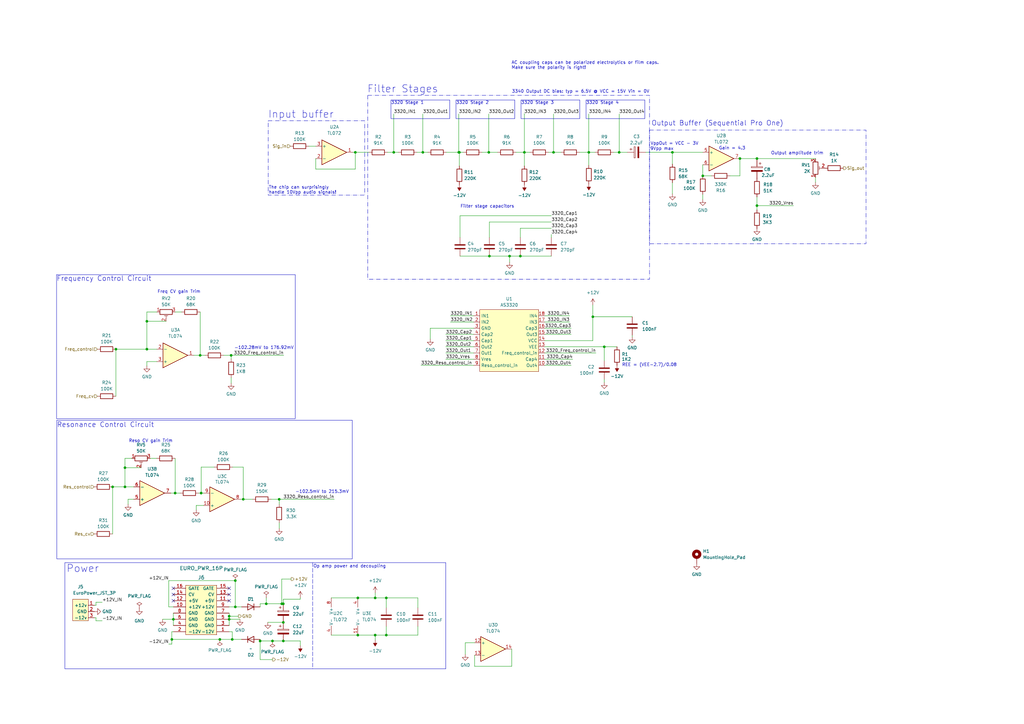
<source format=kicad_sch>
(kicad_sch (version 20230121) (generator eeschema)
  (paper "A3")
  (title_block (title "Eurorack 3320 Low Pass VCF") (date "2024-02-16") (rev "0.1.4") (company "DIYSynthMNL") (comment 1 "This version is a prototype"))
  (junction (at 310.4642 84.328))
  (junction (at 93.98 254))
  (junction (at 115.57 247.65))
  (junction (at 51.2572 191.8208))
  (junction (at 114.5032 204.7748))
  (junction (at 71.12 254))
  (junction (at 106.68 262.89))
  (junction (at 60.2488 131.7752))
  (junction (at 243.1542 129.921))
  (junction (at 146.7612 260.477))
  (junction (at 153.8732 260.477))
  (junction (at 208.9912 105.029))
  (junction (at 161.4932 62.484))
  (junction (at 116.205 247.65))
  (junction (at 94.7928 145.7452))
  (junction (at 247.8532 142.24))
  (junction (at 253.9492 62.484))
  (junction (at 146.7612 245.237))
  (junction (at 95.25 262.255))
  (junction (at 82.0928 145.7452))
  (junction (at 51.2572 199.6948))
  (junction (at 60.2488 143.2052))
  (junction (at 275.7932 62.484))
  (junction (at 116.205 262.89))
  (junction (at 70.485 262.255))
  (junction (at 96.52 238.125))
  (junction (at 310.4642 65.024))
  (junction (at 200.4822 62.484))
  (junction (at 213.4362 105.029))
  (junction (at 99.7712 204.7748))
  (junction (at 111.76 262.89))
  (junction (at 188.4172 62.484))
  (junction (at 93.98 252.73))
  (junction (at 158.4452 260.477))
  (junction (at 215.0872 62.484))
  (junction (at 71.8312 202.2348))
  (junction (at 227.0252 62.484))
  (junction (at 96.52 248.92))
  (junction (at 188.1632 62.484))
  (junction (at 158.4452 245.237))
  (junction (at 241.5032 62.484))
  (junction (at 145.7452 62.484))
  (junction (at 288.2392 72.136))
  (junction (at 90.17 262.255))
  (junction (at 153.8732 245.237))
  (junction (at 303.4792 65.024))
  (junction (at 47.5488 143.2052))
  (junction (at 116.205 255.27))
  (junction (at 46.1772 199.6948))
  (junction (at 109.22 247.65))
  (junction (at 82.4992 202.2348))
  (junction (at 200.7362 105.029))
  (junction (at 173.4312 62.484))
  (no_connect (at 93.98 246.38))
  (no_connect (at 93.98 243.84))
  (no_connect (at 71.12 246.38))
  (no_connect (at 71.12 241.3))
  (no_connect (at 71.12 243.84))
  (no_connect (at 93.98 241.3))
  (wire (pts (xy 226.1362 91.059) (xy 200.7362 91.059)))
  (wire (pts (xy 223.4692 142.24) (xy 247.8532 142.24)))
  (wire (pts (xy 194.2592 134.62) (xy 176.4792 134.62)))
  (wire (pts (xy 253.9492 46.736) (xy 253.9492 62.484)))
  (wire (pts (xy 129.4892 69.342) (xy 145.7452 69.342)))
  (wire (pts (xy 223.4692 139.7) (xy 243.1542 139.7)))
  (wire (pts (xy 208.9912 105.029) (xy 208.9912 107.569)))
  (wire (pts (xy 182.8292 137.16) (xy 194.2592 137.16)))
  (wire (pts (xy 93.98 252.73) (xy 97.79 252.73)))
  (wire (pts (xy 60.2488 143.2052) (xy 64.3128 143.2052)))
  (wire (pts (xy 153.8732 245.237) (xy 153.8732 243.205)))
  (wire (pts (xy 194.6402 273.304) (xy 209.8802 273.304)))
  (wire (pts (xy 215.0872 62.484) (xy 215.0872 68.072)))
  (wire (pts (xy 41.91 254.635) (xy 39.37 254.635)))
  (wire (pts (xy 241.5032 62.484) (xy 244.0432 62.484)))
  (wire (pts (xy 111.76 270.51) (xy 106.68 270.51)))
  (wire (pts (xy 109.855 255.27) (xy 116.205 255.27)))
  (wire (pts (xy 161.4932 62.484) (xy 163.3982 62.484)))
  (wire (pts (xy 115.57 247.65) (xy 116.205 247.65)))
  (wire (pts (xy 71.12 254) (xy 71.12 256.54)))
  (wire (pts (xy 188.4172 62.484) (xy 188.4172 68.072)))
  (wire (pts (xy 61.6712 188.0108) (xy 64.2112 188.0108)))
  (wire (pts (xy 87.8332 191.5668) (xy 82.4992 191.5668)))
  (wire (pts (xy 241.5032 62.484) (xy 241.5032 67.818)))
  (wire (pts (xy 243.1542 139.7) (xy 243.1542 129.921)))
  (wire (pts (xy 71.12 259.08) (xy 70.485 259.08)))
  (wire (pts (xy 227.0252 46.736) (xy 227.0252 62.484)))
  (wire (pts (xy 288.2392 79.756) (xy 288.2392 81.788)))
  (wire (pts (xy 71.8312 188.0108) (xy 71.8312 202.2348)))
  (wire (pts (xy 60.2488 148.2852) (xy 60.2488 150.0632)))
  (wire (pts (xy 310.4642 80.772) (xy 310.4642 84.328)))
  (wire (pts (xy 39.37 247.015) (xy 39.37 248.285)))
  (wire (pts (xy 158.4452 245.237) (xy 153.8732 245.237)))
  (wire (pts (xy 99.7712 204.7748) (xy 103.5812 204.7748)))
  (wire (pts (xy 288.2392 72.136) (xy 288.2392 67.564)))
  (wire (pts (xy 109.22 247.65) (xy 115.57 247.65)))
  (wire (pts (xy 158.4452 245.237) (xy 171.3992 245.237)))
  (wire (pts (xy 226.1362 93.599) (xy 213.4362 93.599)))
  (wire (pts (xy 310.4642 84.328) (xy 325.4502 84.328)))
  (wire (pts (xy 116.205 245.745) (xy 116.205 247.65)))
  (wire (pts (xy 60.2488 131.7752) (xy 60.2488 143.2052)))
  (wire (pts (xy 60.2488 127.9652) (xy 60.2488 131.7752)))
  (wire (pts (xy 299.4152 72.136) (xy 303.4792 72.136)))
  (wire (pts (xy 106.68 270.51) (xy 106.68 262.89)))
  (wire (pts (xy 83.5152 207.3148) (xy 80.4672 207.3148)))
  (wire (pts (xy 70.0532 202.2348) (xy 71.8312 202.2348)))
  (wire (pts (xy 82.4992 202.2348) (xy 83.5152 202.2348)))
  (wire (pts (xy 176.4792 134.62) (xy 176.4792 139.065)))
  (wire (pts (xy 259.2832 137.541) (xy 259.2832 138.176)))
  (wire (pts (xy 51.2572 199.6948) (xy 54.8132 199.6948)))
  (wire (pts (xy 223.4692 147.32) (xy 234.8992 147.32)))
  (wire (pts (xy 213.4362 93.599) (xy 213.4362 97.409)))
  (wire (pts (xy 213.4362 105.029) (xy 226.1362 105.029)))
  (wire (pts (xy 182.8292 144.78) (xy 194.2592 144.78)))
  (wire (pts (xy 303.4792 72.136) (xy 303.4792 65.024)))
  (wire (pts (xy 115.57 237.49) (xy 115.57 247.65)))
  (wire (pts (xy 247.8532 142.24) (xy 247.8532 147.955)))
  (wire (pts (xy 51.2572 191.8208) (xy 51.2572 199.6948)))
  (wire (pts (xy 182.8292 142.24) (xy 194.2592 142.24)))
  (wire (pts (xy 70.485 264.16) (xy 70.485 262.255)))
  (wire (pts (xy 39.37 248.285) (xy 38.735 248.285)))
  (wire (pts (xy 223.4692 149.86) (xy 234.2642 149.86)))
  (wire (pts (xy 96.52 238.125) (xy 96.52 248.92)))
  (wire (pts (xy 200.4822 62.484) (xy 204.0382 62.484)))
  (polyline (pts (xy 128.2192 230.759) (xy 128.2192 274.32)) (stroke (width 0) (type dash)))
  (wire (pts (xy 70.485 262.255) (xy 90.17 262.255)))
  (wire (pts (xy 158.4452 256.921) (xy 158.4452 260.477)))
  (wire (pts (xy 145.7452 69.342) (xy 145.7452 62.484)))
  (wire (pts (xy 123.19 245.11) (xy 123.19 245.745)))
  (wire (pts (xy 111.76 262.89) (xy 116.205 262.89)))
  (wire (pts (xy 114.5032 204.7748) (xy 137.1092 204.7748)))
  (wire (pts (xy 57.8612 191.8208) (xy 51.2572 191.8208)))
  (wire (pts (xy 310.4642 65.024) (xy 310.4642 65.532)))
  (wire (pts (xy 251.6632 62.484) (xy 253.9492 62.484)))
  (wire (pts (xy 182.8292 147.32) (xy 194.2592 147.32)))
  (wire (pts (xy 182.8292 139.7) (xy 194.2592 139.7)))
  (wire (pts (xy 275.7932 62.484) (xy 288.2392 62.484)))
  (wire (pts (xy 171.3992 245.237) (xy 171.3992 249.301)))
  (wire (pts (xy 64.3128 148.2852) (xy 60.2488 148.2852)))
  (wire (pts (xy 188.4172 62.484) (xy 188.1632 62.484)))
  (wire (pts (xy 93.98 254) (xy 98.425 254)))
  (wire (pts (xy 215.0872 46.736) (xy 215.0872 62.484)))
  (wire (pts (xy 194.6402 268.732) (xy 194.6402 273.304)))
  (wire (pts (xy 123.19 262.89) (xy 116.205 262.89)))
  (wire (pts (xy 194.6402 263.652) (xy 190.8302 263.652)))
  (wire (pts (xy 303.4792 65.024) (xy 310.4642 65.024)))
  (wire (pts (xy 96.52 248.92) (xy 93.98 248.92)))
  (wire (pts (xy 241.5032 46.736) (xy 241.5032 62.484)))
  (wire (pts (xy 39.37 253.365) (xy 38.735 253.365)))
  (wire (pts (xy 71.12 251.46) (xy 71.12 254)))
  (wire (pts (xy 158.4452 260.477) (xy 171.3992 260.477)))
  (wire (pts (xy 114.5032 204.7748) (xy 114.5032 206.8068)))
  (wire (pts (xy 93.98 252.73) (xy 93.98 254)))
  (wire (pts (xy 183.0832 62.484) (xy 188.1632 62.484)))
  (wire (pts (xy 46.1772 199.6948) (xy 46.1772 218.9988)))
  (wire (pts (xy 96.52 248.92) (xy 99.06 248.92)))
  (wire (pts (xy 145.7452 62.484) (xy 151.3332 62.484)))
  (wire (pts (xy 146.7612 245.237) (xy 153.8732 245.237)))
  (wire (pts (xy 243.1542 129.921) (xy 259.2832 129.921)))
  (wire (pts (xy 334.4672 65.024) (xy 334.4672 65.151)))
  (wire (pts (xy 119.38 237.49) (xy 115.57 237.49)))
  (wire (pts (xy 188.1632 46.736) (xy 188.1632 62.484)))
  (wire (pts (xy 90.17 262.255) (xy 95.25 262.255)))
  (wire (pts (xy 223.4692 129.54) (xy 233.6292 129.54)))
  (wire (pts (xy 60.2488 131.7752) (xy 68.1228 131.7752)))
  (wire (pts (xy 211.6582 62.484) (xy 215.0872 62.484)))
  (wire (pts (xy 224.9932 62.484) (xy 227.0252 62.484)))
  (wire (pts (xy 106.68 248.92) (xy 106.68 247.65)))
  (wire (pts (xy 188.6712 105.029) (xy 200.7362 105.029)))
  (wire (pts (xy 173.4312 46.736) (xy 173.4312 62.484)))
  (wire (pts (xy 161.4932 46.736) (xy 161.4932 62.484)))
  (wire (pts (xy 144.7292 62.484) (xy 145.7452 62.484)))
  (wire (pts (xy 94.7928 145.7452) (xy 94.7928 147.2692)))
  (wire (pts (xy 247.8532 155.575) (xy 247.8532 156.845)))
  (wire (pts (xy 200.7362 91.059) (xy 200.7362 97.409)))
  (wire (pts (xy 226.1362 88.519) (xy 188.6712 88.519)))
  (wire (pts (xy 82.0928 145.7452) (xy 84.1248 145.7452)))
  (wire (pts (xy 99.06 262.255) (xy 95.25 262.255)))
  (wire (pts (xy 41.91 247.015) (xy 39.37 247.015)))
  (wire (pts (xy 171.3992 260.477) (xy 171.3992 256.921)))
  (wire (pts (xy 200.7362 105.029) (xy 208.9912 105.029)))
  (wire (pts (xy 146.7612 245.237) (xy 135.8392 245.237)))
  (wire (pts (xy 334.4672 72.771) (xy 334.4672 74.803)))
  (wire (pts (xy 215.0872 62.484) (xy 217.3732 62.484)))
  (wire (pts (xy 171.0182 62.484) (xy 173.4312 62.484)))
  (wire (pts (xy 106.68 262.255) (xy 106.68 262.89)))
  (wire (pts (xy 70.485 259.08) (xy 70.485 262.255)))
  (wire (pts (xy 223.4692 132.08) (xy 233.6292 132.08)))
  (wire (pts (xy 158.4452 260.477) (xy 153.8732 260.477)))
  (wire (pts (xy 223.4692 137.16) (xy 234.2642 137.16)))
  (wire (pts (xy 158.4452 249.301) (xy 158.4452 245.237)))
  (wire (pts (xy 95.25 262.255) (xy 95.25 259.08)))
  (wire (pts (xy 82.0928 127.9652) (xy 82.0928 145.7452)))
  (wire (pts (xy 173.4312 62.484) (xy 175.4632 62.484)))
  (wire (pts (xy 291.7952 72.136) (xy 288.2392 72.136)))
  (wire (pts (xy 106.68 262.89) (xy 111.76 262.89)))
  (wire (pts (xy 223.4692 144.78) (xy 244.4242 144.78)))
  (wire (pts (xy 99.7712 191.5668) (xy 99.7712 204.7748)))
  (wire (pts (xy 47.5488 143.2052) (xy 47.5488 162.5092)))
  (wire (pts (xy 247.8532 142.24) (xy 253.0602 142.24)))
  (wire (pts (xy 82.4992 191.5668) (xy 82.4992 202.2348)))
  (wire (pts (xy 93.98 254) (xy 93.98 256.54)))
  (wire (pts (xy 275.7932 74.93) (xy 275.7932 79.502)))
  (wire (pts (xy 47.5488 143.2052) (xy 60.2488 143.2052)))
  (wire (pts (xy 54.8132 204.7748) (xy 52.5272 204.7748)))
  (wire (pts (xy 123.19 245.745) (xy 116.205 245.745)))
  (wire (pts (xy 94.7928 145.7452) (xy 116.3828 145.7452)))
  (wire (pts (xy 111.2012 204.7748) (xy 114.5032 204.7748)))
  (wire (pts (xy 158.9532 62.484) (xy 161.4932 62.484)))
  (wire (pts (xy 213.4362 105.029) (xy 208.9912 105.029)))
  (wire (pts (xy 129.4892 65.024) (xy 129.4892 69.342)))
  (wire (pts (xy 46.1772 199.6948) (xy 51.2572 199.6948)))
  (wire (pts (xy 93.98 251.46) (xy 93.98 252.73)))
  (wire (pts (xy 95.25 259.08) (xy 93.98 259.08)))
  (wire (pts (xy 200.4822 46.736) (xy 200.4822 62.484)))
  (wire (pts (xy 94.7928 154.8892) (xy 94.7928 157.1752)))
  (wire (pts (xy 81.4832 202.2348) (xy 82.4992 202.2348)))
  (wire (pts (xy 215.0872 46.736) (xy 214.9602 46.736)))
  (wire (pts (xy 153.8732 260.477) (xy 153.8732 262.509)))
  (wire (pts (xy 184.7342 129.54) (xy 194.2592 129.54)))
  (wire (pts (xy 188.4172 62.484) (xy 190.0682 62.484)))
  (wire (pts (xy 54.0512 188.0108) (xy 51.2572 188.0108)))
  (wire (pts (xy 227.0252 62.484) (xy 230.0732 62.484)))
  (wire (pts (xy 126.6952 59.944) (xy 129.4892 59.944)))
  (wire (pts (xy 66.675 254) (xy 71.12 254)))
  (wire (pts (xy 106.68 247.65) (xy 109.22 247.65)))
  (wire (pts (xy 69.215 248.92) (xy 69.215 238.125)))
  (wire (pts (xy 71.12 248.92) (xy 69.215 248.92)))
  (wire (pts (xy 52.5272 204.7748) (xy 52.5272 206.8068)))
  (wire (pts (xy 188.6712 88.519) (xy 188.6712 97.409)))
  (wire (pts (xy 190.8302 263.652) (xy 190.8302 268.351)))
  (wire (pts (xy 264.8712 62.484) (xy 275.7932 62.484)))
  (wire (pts (xy 209.8802 273.304) (xy 209.8802 266.192)))
  (wire (pts (xy 69.215 238.125) (xy 96.52 238.125)))
  (wire (pts (xy 114.5032 214.4268) (xy 114.5032 216.7128)))
  (wire (pts (xy 184.7342 132.08) (xy 194.2592 132.08)))
  (wire (pts (xy 123.19 264.795) (xy 123.19 262.89)))
  (wire (pts (xy 310.4642 86.106) (xy 310.4642 84.328)))
  (wire (pts (xy 51.2572 188.0108) (xy 51.2572 191.8208)))
  (wire (pts (xy 275.7932 62.484) (xy 275.7932 67.31)))
  (wire (pts (xy 64.3128 127.9652) (xy 60.2488 127.9652)))
  (wire (pts (xy 39.37 254.635) (xy 39.37 253.365)))
  (wire (pts (xy 226.1362 96.139) (xy 226.1362 97.409)))
  (wire (pts (xy 237.6932 62.484) (xy 241.5032 62.484)))
  (wire (pts (xy 80.4672 207.3148) (xy 80.4672 209.0928)))
  (wire (pts (xy 223.4692 134.62) (xy 234.2642 134.62)))
  (wire (pts (xy 99.7712 204.7748) (xy 98.7552 204.7748)))
  (wire (pts (xy 109.22 245.11) (xy 109.22 247.65)))
  (wire (pts (xy 146.7612 260.477) (xy 153.8732 260.477)))
  (wire (pts (xy 257.2512 62.484) (xy 253.9492 62.484)))
  (wire (pts (xy 95.4532 191.5668) (xy 99.7712 191.5668)))
  (wire (pts (xy 243.1542 129.921) (xy 243.1542 125.095)))
  (wire (pts (xy 146.7612 260.477) (xy 135.8392 260.477)))
  (wire (pts (xy 71.8312 202.2348) (xy 73.8632 202.2348)))
  (wire (pts (xy 172.6692 149.86) (xy 194.2592 149.86)))
  (wire (pts (xy 69.215 264.16) (xy 70.485 264.16)))
  (wire (pts (xy 91.7448 145.7452) (xy 94.7928 145.7452)))
  (wire (pts (xy 79.5528 145.7452) (xy 82.0928 145.7452)))
  (wire (pts (xy 310.4642 65.024) (xy 334.4672 65.024)))
  (wire (pts (xy 71.9328 127.9652) (xy 74.4728 127.9652)))
  (wire (pts (xy 197.6882 62.484) (xy 200.4822 62.484)))
  (rectangle (start 160.3502 41.021) (end 184.4802 48.641))
  (rectangle (start 109.982 49.53) (end 149.5552 80.01) (stroke (width 0) (type dash_dot)))
  (rectangle (start 213.6902 41.021) (end 237.8202 48.641))
  (rectangle (start 266.3952 53.34) (end 355.1936 99.949) (stroke (width 0) (type dash_dot)))
  (rectangle (start 23.3172 172.339) (end 144.4752 229.235))
  (rectangle (start 150.8252 39.116) (end 266.3952 114.554) (stroke (width 0) (type dash_dot)))
  (rectangle (start 187.0202 41.021) (end 211.1502 48.641))
  (rectangle (start 23.1902 112.649) (end 121.1072 171.704))
  (rectangle (start 26.6192 230.759) (end 182.8292 274.32))
  (rectangle (start 240.3602 41.021) (end 264.4902 48.641))
  (text "AC coupling caps can be polarized electrolytics or film caps.\nMake sure the polarity is right!" (at 209.7532 28.575 0) (effects (font (size 1.27 1.27)) (justify left bottom)))
  (text "3340 Output DC bias: typ = 6.5V @ VCC = 15V Vin = 0V" (at 209.8802 38.354 0) (effects (font (size 1.27 1.27)) (justify left bottom)))
  (text "Op amp power and decoupling" (at 128.4732 233.045 0) (effects (font (size 1.27 1.27)) (justify left bottom)))
  (text "REE = (VEE-2.7)/0.08" (at 255.0922 150.495 0) (effects (font (size 1.27 1.27)) (justify left bottom)))
  (text "Freq CV gain Trim" (at 64.5668 120.4722 0) (effects (font (size 1.27 1.27)) (justify left bottom)))
  (text "Filter stage capacitors" (at 188.7982 85.471 0) (effects (font (size 1.27 1.27)) (justify left bottom)))
  (text "9Vpp max" (at 266.6492 61.849 0) (effects (font (size 1.27 1.27)) (justify left bottom)))
  (text "-102.28mV to 176.92mV" (at 96.0628 143.4592 0) (effects (font (size 1.27 1.27)) (justify left bottom)))
  (text "Frequency Control Circuit" (at 23.1902 115.57 0) (effects (font (size 2 2)) (justify left bottom)))
  (text "VppOut = VCC - 3V" (at 266.7762 59.69 0) (effects (font (size 1.27 1.27)) (justify left bottom)))
  (text "3320 Stage 1" (at 160.3502 42.926 0) (effects (font (size 1.27 1.27)) (justify left bottom)))
  (text "Reso CV gain Trim" (at 52.7812 181.6608 0) (effects (font (size 1.27 1.27)) (justify left bottom)))
  (text "Power" (at 27.178 235.077 0) (effects (font (size 3 3)) (justify left bottom)))
  (text "-102.5mV to 215.3mV" (at 121.1072 202.4888 0) (effects (font (size 1.27 1.27)) (justify left bottom)))
  (text "Output Buffer (Sequential Pro One)" (at 267.1572 51.816 0) (effects (font (size 2 2)) (justify left bottom)))
  (text "Output amplitude trim" (at 337.7692 63.627 0) (effects (font (size 1.27 1.27)) (justify right bottom)))
  (text "3320 Stage 2" (at 187.0202 42.926 0) (effects (font (size 1.27 1.27)) (justify left bottom)))
  (text "Gain = 4.3" (at 294.8432 61.595 0) (effects (font (size 1.27 1.27)) (justify left bottom)))
  (text "The chip can surprisingly \nhandle 10Vpp audio signals!" (at 110.1852 79.756 0) (effects (font (size 1.27 1.27)) (justify left bottom)))
  (text "Input buffer" (at 109.9312 48.768 0) (effects (font (size 3 3)) (justify left bottom)))
  (text "3320 Stage 3" (at 213.6902 42.926 0) (effects (font (size 1.27 1.27)) (justify left bottom)))
  (text "3320 Stage 4" (at 240.3602 42.926 0) (effects (font (size 1.27 1.27)) (justify left bottom)))
  (text "Filter Stages" (at 150.5712 38.354 0) (effects (font (size 3 3)) (justify left bottom)))
  (text "Resonance Control Circuit" (at 23.3172 175.514 0) (effects (font (size 2 2)) (justify left bottom)))
  (label "3320_Reso_control_in" (at 137.1092 204.7748 180))
  (label "-12V_IN" (at 41.91 254.635 0))
  (label "3320_Cap3" (at 226.1362 93.599 0))
  (label "+12V_IN" (at 41.91 247.015 0))
  (label "3320_Cap1" (at 182.8292 139.7 0))
  (label "3320_Out1" (at 182.8292 144.78 0))
  (label "3320_IN1" (at 161.4932 46.736 0))
  (label "3320_Cap2" (at 226.1362 91.059 0))
  (label "3320_Out4" (at 253.9492 46.736 0))
  (label "3320_Freq_control_in" (at 116.3828 145.7452 180))
  (label "3320_IN3" (at 233.6292 132.08 180))
  (label "3320_IN1" (at 184.7342 129.54 0))
  (label "3320_Cap4" (at 234.8992 147.32 180))
  (label "3320_Vres" (at 325.4502 84.328 180))
  (label "3320_Vres" (at 182.8292 147.32 0))
  (label "3320_Cap4" (at 226.1362 96.139 0))
  (label "3320_Out3" (at 227.0252 46.736 0))
  (label "3320_IN4" (at 233.6292 129.54 180))
  (label "3320_Freq_control_in" (at 244.4242 144.78 180))
  (label "3320_Out2" (at 182.8292 142.24 0))
  (label "3320_IN4" (at 241.5032 46.736 0))
  (label "3320_Cap2" (at 182.8292 137.16 0))
  (label "3320_Out2" (at 200.4822 46.736 0))
  (label "3320_IN3" (at 214.9602 46.736 0))
  (label "3320_Out3" (at 234.2642 137.16 180))
  (label "3320_IN2" (at 184.7342 132.08 0))
  (label "3320_Cap3" (at 234.2642 134.62 180))
  (label "3320_Cap1" (at 226.1362 88.519 0))
  (label "3320_IN2" (at 188.1632 46.736 0))
  (label "+12V_IN" (at 69.215 238.125 180))
  (label "-12V_IN" (at 69.215 264.16 180))
  (label "3320_Reso_control_in" (at 172.6692 149.86 0))
  (label "3320_Out4" (at 234.2642 149.86 180))
  (label "3320_Out1" (at 173.4312 46.736 0))
  (hierarchical_label "Freq_control" (shape input) (at 39.9288 143.2052 180))
  (hierarchical_label "-12V" (shape output) (at 111.76 270.51 0))
  (hierarchical_label "Res_control" (shape input) (at 38.5572 199.6948 180))
  (hierarchical_label "Sig_out" (shape output) (at 345.8972 68.961 0))
  (hierarchical_label "Sig_in" (shape input) (at 119.0752 59.944 180))
  (hierarchical_label "Res_cv" (shape input) (at 38.5572 218.9988 180))
  (hierarchical_label "Freq_cv" (shape input) (at 39.9288 162.5092 180))
  (hierarchical_label "+12V" (shape output) (at 119.38 237.49 0))
  (hierarchical_label "GND" (shape output) (at 97.79 252.73 0))
  (symbol (lib_id "Device:R") (at 253.0602 146.05 0) (unit 1)
    (property "Reference" "R1" (at 254.9652 145.288 0) (effects (justify left)))
    (property "Value" "1K2" (at 254.9652 147.32 0) (effects (justify left)))
    (property "Footprint" "Resistor_THT:R_Axial_DIN0207_L6.3mm_D2.5mm_P2.54mm_Vertical" (effects hide))
    (instances (project "3320-VCF" (path "" (reference "R1") (unit 1)) (path "" (reference "R22") (unit 1))))
  )
  (symbol (lib_id "Device:D") (at 102.87 248.92 180) (unit 1)
    (property "Reference" "D1" (at 102.87 245.745 0))
    (property "Value" "~" (at 102.87 245.11 0))
    (property "Footprint" "DIYSynthMNL:D_DO-41_SOD81_P7.62mm_Horizontal_BigPads" (effects hide))
    (property "Sim.Device" "D" (effects hide))
    (property "Sim.Pins" "1=K 2=A" (effects hide))
    (instances (project "3320-VCF" (path "" (reference "D1") (unit 1)) (path "" (reference "D1") (unit 1))) (project "Electric Druid VCDO1" (path "" (reference "D?") (unit 1)) (path "" (reference "D?") (unit 1))) (project "3340-VCO" (path "" (reference "D?") (unit 1))))
  )
  (symbol (lib_id "Amplifier_Operational:TL072") (at 295.8592 65.024 0) (unit 2)
    (property "Reference" "U2" (at 295.8592 55.626 0))
    (property "Value" "TL072" (at 295.8592 58.166 0))
    (property "Footprint" "Package_DIP:DIP-8_W7.62mm_Socket_LongPads" (effects hide))
    (property "Datasheet" "http://www.ti.com/lit/ds/symlink/tl071.pdf" (effects hide))
    (instances (project "3320-VCF" (path "" (reference "U2") (unit 2)) (path "" (reference "U1") (unit 2))))
  )
  (symbol (lib_id "power:GND") (at 60.2488 150.0632 0) (unit 1)
    (property "Reference" "#PWR016" (effects hide))
    (property "Value" "GND" (at 60.2488 154.5082 0))
    (instances (project "3320-VCF" (path "" (reference "#PWR016") (unit 1)) (path "" (reference "#PWR017") (unit 1))) (project "Electric Druid VCDO1" (path "" (reference "#PWR?") (unit 1)) (path "" (reference "#PWR?") (unit 1))) (project "3340-VCO" (path "" (reference "#PWR?") (unit 1))))
  )
  (symbol (lib_id "DIYSynthMNL:EURO_PWR_16_PIN") (at 82.55 254 0) (unit 1)
    (property "Reference" "J6" (at 82.55 236.855 0) (effects (font (size 1.524 1.524))))
    (property "Value" "EURO_PWR_16P" (at 82.55 233.045 0) (effects (font (size 1.524 1.524))))
    (property "Footprint" "DIYSynthMNL:IDC-Header_2x08_P2.54mm_Vertical" (effects hide))
    (instances (project "3320-VCF" (path "" (reference "J6") (unit 1)) (path "" (reference "J6") (unit 1))) (project "Electric Druid VCDO1" (path "" (reference "J?") (unit 1)) (path "" (reference "J?") (unit 1))) (project "3340-VCO" (path "" (reference "J?") (unit 1))))
  )
  (symbol (lib_id "power:-12V") (at 241.5032 75.438 180) (unit 1)
    (property "Reference" "#PWR03" (effects hide))
    (property "Value" "-12V" (at 241.5032 79.883 0))
    (instances (project "3320-VCF" (path "" (reference "#PWR03") (unit 1)) (path "" (reference "#PWR03") (unit 1))) (project "Electric Druid VCDO1" (path "" (reference "#PWR?") (unit 1)) (path "" (reference "#PWR?") (unit 1))) (project "3340-VCO" (path "" (reference "#PWR?") (unit 1))))
  )
  (symbol (lib_id "Device:R") (at 107.3912 204.7748 90) (unit 1)
    (property "Reference" "R29" (at 107.3912 198.9328 90))
    (property "Value" "150K" (at 107.3912 201.4728 90))
    (property "Footprint" "Resistor_THT:R_Axial_DIN0207_L6.3mm_D2.5mm_P2.54mm_Vertical" (effects hide))
  )
  (symbol (lib_id "power:GND") (at 66.675 254 0) (unit 1)
    (property "Reference" "#PWR033" (effects hide))
    (property "Value" "GND" (at 66.675 258.445 0))
    (instances (project "3320-VCF" (path "" (reference "#PWR033") (unit 1)) (path "" (reference "#PWR033") (unit 1))) (project "Electric Druid VCDO1" (path "" (reference "#PWR?") (unit 1)) (path "" (reference "#PWR?") (unit 1))) (project "3340-VCO" (path "" (reference "#PWR?") (unit 1))))
  )
  (symbol (lib_id "Device:C") (at 158.4452 253.111 0) (unit 1)
    (property "Reference" "C10" (at 162.5092 251.841 0) (effects (justify left)))
    (property "Value" "100nF" (at 162.5092 254.381 0) (effects (justify left)))
    (property "Footprint" "DIYSynthMNL:C_Rect_L7.0mm_W2.0mm_P5.00mm_BigPads" (effects hide))
  )
  (symbol (lib_id "Device:R") (at 167.2082 62.484 90) (unit 1)
    (property "Reference" "R3" (at 167.2082 56.134 90))
    (property "Value" "100K" (at 167.2082 58.674 90))
    (property "Footprint" "Resistor_THT:R_Axial_DIN0207_L6.3mm_D2.5mm_P2.54mm_Vertical" (effects hide))
  )
  (symbol (lib_id "Device:R") (at 87.9348 145.7452 90) (unit 1)
    (property "Reference" "R22" (at 87.9348 140.1572 90))
    (property "Value" "100K" (at 87.9348 142.6972 90))
    (property "Footprint" "Resistor_THT:R_Axial_DIN0207_L6.3mm_D2.5mm_P2.54mm_Vertical" (effects hide))
    (instances (project "3320-VCF" (path "" (reference "R22") (unit 1)) (path "" (reference "R21") (unit 1))))
  )
  (symbol (lib_id "Device:R") (at 179.2732 62.484 90) (unit 1)
    (property "Reference" "R4" (at 179.2732 56.134 90))
    (property "Value" "91K" (at 179.2732 58.674 90))
    (property "Footprint" "Resistor_THT:R_Axial_DIN0207_L6.3mm_D2.5mm_P2.54mm_Vertical" (effects hide))
  )
  (symbol (lib_id "power:-12V") (at 153.8732 262.509 180) (unit 1)
    (property "Reference" "#PWR036" (effects hide))
    (property "Value" "-12V" (at 153.8732 266.954 0))
    (instances (project "3320-VCF" (path "" (reference "#PWR036") (unit 1)) (path "" (reference "#PWR036") (unit 1))) (project "Electric Druid VCDO1" (path "" (reference "#PWR?") (unit 1)) (path "" (reference "#PWR?") (unit 1))) (project "3340-VCO" (path "" (reference "#PWR?") (unit 1))))
  )
  (symbol (lib_id "Amplifier_Operational:TL074") (at 91.1352 204.7748 0) (mirror x) (unit 3)
    (property "Reference" "U3" (at 91.1352 195.3768 0))
    (property "Value" "TL074" (at 91.1352 197.6628 0))
    (property "Footprint" "Package_DIP:DIP-14_W7.62mm_Socket_LongPads" (effects hide))
    (property "Datasheet" "http://www.ti.com/lit/ds/symlink/tl071.pdf" (effects hide))
  )
  (symbol (lib_id "Amplifier_Operational:TL074") (at 202.2602 266.192 0) (unit 4)
    (property "Reference" "U3" (at 202.2602 256.286 0))
    (property "Value" "TL074" (at 202.2602 258.826 0))
    (property "Footprint" "Package_DIP:DIP-14_W7.62mm_Socket_LongPads" (effects hide))
    (property "Datasheet" "http://www.ti.com/lit/ds/symlink/tl071.pdf" (effects hide))
  )
  (symbol (lib_id "Device:R") (at 310.4642 89.916 0) (unit 1)
    (property "Reference" "R19" (at 312.7502 88.646 0) (effects (justify left)))
    (property "Value" "3K3" (at 312.7502 91.186 0) (effects (justify left)))
    (property "Footprint" "Resistor_THT:R_Axial_DIN0207_L6.3mm_D2.5mm_P2.54mm_Vertical" (effects hide))
    (instances (project "3320-VCF" (path "" (reference "R19") (unit 1)) (path "" (reference "R18") (unit 1))))
  )
  (symbol (lib_id "Device:R") (at 241.5032 71.628 180) (unit 1)
    (property "Reference" "R10" (at 243.4082 70.358 0) (effects (justify right)))
    (property "Value" "220K" (at 243.4082 72.898 0) (effects (justify right)))
    (property "Footprint" "Resistor_THT:R_Axial_DIN0207_L6.3mm_D2.5mm_P2.54mm_Vertical" (effects hide))
    (instances (project "3320-VCF" (path "" (reference "R10") (unit 1)) (path "" (reference "R12") (unit 1))))
  )
  (symbol (lib_id "Device:C_Polarized") (at 261.0612 62.484 90) (mirror x) (unit 1)
    (property "Reference" "C3" (at 261.0612 56.007 90))
    (property "Value" "2.2uF" (at 261.0612 58.547 90))
    (property "Footprint" "DIYSynthMNL:CP_Radial_D5.0mm_P2.50mm" (effects hide))
    (instances (project "3320-VCF" (path "" (reference "C3") (unit 1)) (path "" (reference "C1") (unit 1))))
  )
  (symbol (lib_id "Device:R") (at 275.7932 71.12 0) (unit 1)
    (property "Reference" "R15" (at 278.2062 69.85 0) (effects (justify left)))
    (property "Value" "68K" (at 278.2062 72.39 0) (effects (justify left)))
    (property "Footprint" "Resistor_THT:R_Axial_DIN0207_L6.3mm_D2.5mm_P2.54mm_Vertical" (effects hide))
    (instances (project "3320-VCF" (path "" (reference "R15") (unit 1)) (path "" (reference "R11") (unit 1))))
  )
  (symbol (lib_id "Device:R") (at 247.8532 62.484 90) (unit 1)
    (property "Reference" "R9" (at 247.8532 56.134 90))
    (property "Value" "100K" (at 247.8532 58.674 90))
    (property "Footprint" "Resistor_THT:R_Axial_DIN0207_L6.3mm_D2.5mm_P2.54mm_Vertical" (effects hide))
  )
  (symbol (lib_id "power:GND") (at 310.4642 93.726 0) (unit 1)
    (property "Reference" "#PWR09" (effects hide))
    (property "Value" "GND" (at 310.4642 98.171 0))
    (instances (project "3320-VCF" (path "" (reference "#PWR09") (unit 1)) (path "" (reference "#PWR09") (unit 1))) (project "Electric Druid VCDO1" (path "" (reference "#PWR?") (unit 1)) (path "" (reference "#PWR?") (unit 1))) (project "3340-VCO" (path "" (reference "#PWR?") (unit 1))))
  )
  (symbol (lib_id "Device:C") (at 213.4362 101.219 0) (unit 1)
    (property "Reference" "C6" (at 217.1192 99.949 0) (effects (justify left)))
    (property "Value" "270pF" (at 217.1192 102.489 0) (effects (justify left)))
    (property "Footprint" "DIYSynthMNL:C_Rect_L7.0mm_W2.0mm_P5.00mm_BigPads" (effects hide))
    (instances (project "3320-VCF" (path "" (reference "C6") (unit 1)) (path "" (reference "C5") (unit 1))))
  )
  (symbol (lib_id "power:GND") (at 109.855 255.27 0) (unit 1)
    (property "Reference" "#PWR035" (effects hide))
    (property "Value" "GND" (at 109.855 259.715 0))
    (instances (project "3320-VCF" (path "" (reference "#PWR035") (unit 1)) (path "" (reference "#PWR035") (unit 1))) (project "Electric Druid VCDO1" (path "" (reference "#PWR?") (unit 1)) (path "" (reference "#PWR?") (unit 1))) (project "3340-VCO" (path "" (reference "#PWR?") (unit 1))))
  )
  (symbol (lib_id "power:PWR_FLAG") (at 109.22 245.11 0) (unit 1)
    (property "Reference" "#FLG02" (effects hide))
    (property "Value" "PWR_FLAG" (at 109.22 240.665 0))
    (instances (project "3320-VCF" (path "" (reference "#FLG02") (unit 1)) (path "" (reference "#FLG02") (unit 1))) (project "Electric Druid VCDO1" (path "" (reference "#FLG?") (unit 1)) (path "" (reference "#FLG?") (unit 1))) (project "3340-VCO" (path "" (reference "#FLG?") (unit 1))))
  )
  (symbol (lib_id "Device:R") (at 295.6052 72.136 90) (mirror x) (unit 1)
    (property "Reference" "R16" (at 295.6052 78.105 90))
    (property "Value" "330K" (at 295.6052 75.565 90))
    (property "Footprint" "Resistor_THT:R_Axial_DIN0207_L6.3mm_D2.5mm_P2.54mm_Vertical" (effects hide))
    (instances (project "3320-VCF" (path "" (reference "R16") (unit 1)) (path "" (reference "R15") (unit 1))))
  )
  (symbol (lib_id "Device:C") (at 259.2832 133.731 0) (unit 1)
    (property "Reference" "C1" (at 263.3472 132.461 0) (effects (justify left)))
    (property "Value" "100nF" (at 263.3472 135.001 0) (effects (justify left)))
    (property "Footprint" "DIYSynthMNL:C_Rect_L7.0mm_W2.0mm_P5.00mm_BigPads" (effects hide))
    (instances (project "3320-VCF" (path "" (reference "C1") (unit 1)) (path "" (reference "C7") (unit 1))))
  )
  (symbol (lib_id "Device:C_Polarized") (at 116.205 259.08 0) (unit 1)
    (property "Reference" "C12" (at 120.015 256.921 0) (effects (justify left)))
    (property "Value" "22uF" (at 120.015 259.461 0) (effects (justify left)))
    (property "Footprint" "DIYSynthMNL:CP_Radial_D5.0mm_P2.50mm" (effects hide))
    (instances (project "3320-VCF" (path "" (reference "C12") (unit 1)) (path "" (reference "C12") (unit 1))) (project "Electric Druid VCDO1" (path "" (reference "C?") (unit 1)) (path "" (reference "C?") (unit 1))) (project "3340-VCO" (path "" (reference "C?") (unit 1))))
  )
  (symbol (lib_id "power:+12V") (at 153.8732 243.205 0) (unit 1)
    (property "Reference" "#PWR029" (effects hide))
    (property "Value" "+12V" (at 153.8732 238.125 0))
    (instances (project "3320-VCF" (path "" (reference "#PWR029") (unit 1)) (path "" (reference "#PWR029") (unit 1))) (project "Electric Druid VCDO1" (path "" (reference "#PWR?") (unit 1)) (path "" (reference "#PWR?") (unit 1))) (project "3340-VCO" (path "" (reference "#PWR?") (unit 1))))
  )
  (symbol (lib_id "power:PWR_FLAG") (at 90.17 262.255 180) (unit 1)
    (property "Reference" "#FLG04" (effects hide))
    (property "Value" "PWR_FLAG" (at 90.17 266.7 0))
    (instances (project "3320-VCF" (path "" (reference "#FLG04") (unit 1)) (path "" (reference "#FLG04") (unit 1))) (project "Electric Druid VCDO1" (path "" (reference "#FLG?") (unit 1)) (path "" (reference "#FLG?") (unit 1))) (project "3340-VCO" (path "" (reference "#FLG?") (unit 1))))
  )
  (symbol (lib_id "power:-12V") (at 188.4172 75.692 180) (unit 1)
    (property "Reference" "#PWR04" (effects hide))
    (property "Value" "-12V" (at 188.4172 80.137 0))
    (instances (project "3320-VCF" (path "" (reference "#PWR04") (unit 1)) (path "" (reference "#PWR04") (unit 1))) (project "Electric Druid VCDO1" (path "" (reference "#PWR?") (unit 1)) (path "" (reference "#PWR?") (unit 1))) (project "3340-VCO" (path "" (reference "#PWR?") (unit 1))))
  )
  (symbol (lib_id "Device:C") (at 226.1362 101.219 0) (unit 1)
    (property "Reference" "C7" (at 229.8192 99.949 0) (effects (justify left)))
    (property "Value" "270pF" (at 229.8192 102.489 0) (effects (justify left)))
    (property "Footprint" "DIYSynthMNL:C_Rect_L7.0mm_W2.0mm_P5.00mm_BigPads" (effects hide))
    (instances (project "3320-VCF" (path "" (reference "C7") (unit 1)) (path "" (reference "C6") (unit 1))))
  )
  (symbol (lib_id "Device:R") (at 68.0212 188.0108 90) (unit 1)
    (property "Reference" "R25" (at 68.0212 182.4228 90))
    (property "Value" "68K" (at 68.0212 184.9628 90))
    (property "Footprint" "Resistor_THT:R_Axial_DIN0207_L6.3mm_D2.5mm_P2.54mm_Vertical" (effects hide))
  )
  (symbol (lib_id "Mechanical:MountingHole_Pad") (at 285.75 228.6 0) (unit 1)
    (property "Reference" "H1" (at 288.29 226.06 0) (effects (justify left)))
    (property "Value" "MountingHole_Pad" (at 288.29 228.6 0) (effects (justify left)))
    (property "Footprint" "DIYSynthMNL:MountingHole_M3_Standoff_Pad" (effects hide))
  )
  (symbol (lib_id "Device:C") (at 188.6712 101.219 0) (unit 1)
    (property "Reference" "C4" (at 191.7192 99.949 0) (effects (justify left)))
    (property "Value" "270pF" (at 191.7192 102.489 0) (effects (justify left)))
    (property "Footprint" "DIYSynthMNL:C_Rect_L7.0mm_W2.0mm_P5.00mm_BigPads" (effects hide))
    (instances (project "3320-VCF" (path "" (reference "C4") (unit 1)) (path "" (reference "C3") (unit 1))))
  )
  (symbol (lib_id "power:PWR_FLAG") (at 111.76 262.89 180) (unit 1)
    (property "Reference" "#FLG05" (effects hide))
    (property "Value" "PWR_FLAG" (at 111.76 267.335 0))
    (instances (project "3320-VCF" (path "" (reference "#FLG05") (unit 1)) (path "" (reference "#FLG05") (unit 1))) (project "Electric Druid VCDO1" (path "" (reference "#FLG?") (unit 1)) (path "" (reference "#FLG?") (unit 1))) (project "3340-VCO" (path "" (reference "#FLG?") (unit 1))))
  )
  (symbol (lib_id "Device:R_Potentiometer_Trim") (at 68.1228 127.9652 90) (mirror x) (unit 1)
    (property "Reference" "RV2" (at 68.1228 122.3772 90))
    (property "Value" "50K" (at 68.1228 124.9172 90))
    (property "Footprint" "DIYSynthMNL:Potentiometer_Bourns_3296W_Vertical_BigPads" (effects hide))
  )
  (symbol (lib_id "Device:R") (at 122.8852 59.944 90) (unit 1)
    (property "Reference" "R13" (at 122.8852 54.61 90))
    (property "Value" "100K" (at 122.8852 57.15 90))
    (property "Footprint" "Resistor_THT:R_Axial_DIN0207_L6.3mm_D2.5mm_P2.54mm_Vertical" (effects hide))
    (instances (project "3320-VCF" (path "" (reference "R13") (unit 1)) (path "" (reference "R1") (unit 1))))
  )
  (symbol (lib_id "Device:R") (at 221.1832 62.484 90) (unit 1)
    (property "Reference" "R7" (at 221.1832 56.134 90))
    (property "Value" "100K" (at 221.1832 58.674 90))
    (property "Footprint" "Resistor_THT:R_Axial_DIN0207_L6.3mm_D2.5mm_P2.54mm_Vertical" (effects hide))
  )
  (symbol (lib_id "Device:R") (at 207.8482 62.484 90) (unit 1)
    (property "Reference" "R6" (at 207.8482 56.134 90))
    (property "Value" "91K" (at 207.8482 58.674 90))
    (property "Footprint" "Resistor_THT:R_Axial_DIN0207_L6.3mm_D2.5mm_P2.54mm_Vertical" (effects hide))
  )
  (symbol (lib_id "Amplifier_Operational:TL072") (at 137.1092 62.484 0) (unit 1)
    (property "Reference" "U2" (at 137.1092 52.07 0))
    (property "Value" "TL072" (at 137.1092 54.61 0))
    (property "Footprint" "Package_DIP:DIP-8_W7.62mm_Socket_LongPads" (effects hide))
    (property "Datasheet" "http://www.ti.com/lit/ds/symlink/tl071.pdf" (effects hide))
    (instances (project "3320-VCF" (path "" (reference "U2") (unit 1)) (path "" (reference "U1") (unit 1))))
  )
  (symbol (lib_id "power:GND") (at 94.7928 157.1752 0) (unit 1)
    (property "Reference" "#PWR019" (effects hide))
    (property "Value" "GND" (at 94.7928 161.6202 0))
    (instances (project "3320-VCF" (path "" (reference "#PWR019") (unit 1)) (path "" (reference "#PWR021") (unit 1))) (project "Electric Druid VCDO1" (path "" (reference "#PWR?") (unit 1)) (path "" (reference "#PWR?") (unit 1))) (project "3340-VCO" (path "" (reference "#PWR?") (unit 1))))
  )
  (symbol (lib_id "power:GND") (at 208.9912 107.569 0) (unit 1)
    (property "Reference" "#PWR010" (effects hide))
    (property "Value" "GND" (at 208.9912 112.014 0))
    (instances (project "3320-VCF" (path "" (reference "#PWR010") (unit 1)) (path "" (reference "#PWR010") (unit 1))) (project "Electric Druid VCDO1" (path "" (reference "#PWR?") (unit 1)) (path "" (reference "#PWR?") (unit 1))) (project "3340-VCO" (path "" (reference "#PWR?") (unit 1))))
  )
  (symbol (lib_id "Device:R") (at 43.7388 162.5092 90) (unit 1)
    (property "Reference" "R24" (at 43.7388 156.9212 90))
    (property "Value" "100K" (at 43.7388 159.4612 90))
    (property "Footprint" "Resistor_THT:R_Axial_DIN0207_L6.3mm_D2.5mm_P2.54mm_Vertical" (effects hide))
  )
  (symbol (lib_id "Device:R") (at 43.7388 143.2052 90) (unit 1)
    (property "Reference" "R21" (at 43.7388 137.6172 90))
    (property "Value" "100K" (at 43.7388 140.1572 90))
    (property "Footprint" "Resistor_THT:R_Axial_DIN0207_L6.3mm_D2.5mm_P2.54mm_Vertical" (effects hide))
    (instances (project "3320-VCF" (path "" (reference "R21") (unit 1)) (path "" (reference "R20") (unit 1))))
  )
  (symbol (lib_id "power:GND") (at 190.8302 268.351 0) (unit 1)
    (property "Reference" "#PWR038" (effects hide))
    (property "Value" "GND" (at 190.8302 272.796 0))
    (instances (project "3320-VCF" (path "" (reference "#PWR038") (unit 1)) (path "" (reference "#PWR038") (unit 1))) (project "Electric Druid VCDO1" (path "" (reference "#PWR?") (unit 1)) (path "" (reference "#PWR?") (unit 1))) (project "3340-VCO" (path "" (reference "#PWR?") (unit 1))))
  )
  (symbol (lib_id "power:GND") (at 334.4672 74.803 0) (unit 1)
    (property "Reference" "#PWR02" (effects hide))
    (property "Value" "GND" (at 334.4672 79.248 0))
    (instances (project "3320-VCF" (path "" (reference "#PWR02") (unit 1)) (path "" (reference "#PWR02") (unit 1))) (project "Electric Druid VCDO1" (path "" (reference "#PWR?") (unit 1)) (path "" (reference "#PWR?") (unit 1))) (project "3340-VCO" (path "" (reference "#PWR?") (unit 1))))
  )
  (symbol (lib_id "Device:C_Polarized") (at 116.205 251.46 0) (unit 1)
    (property "Reference" "C9" (at 120.015 249.301 0) (effects (justify left)))
    (property "Value" "22uF" (at 120.015 251.841 0) (effects (justify left)))
    (property "Footprint" "DIYSynthMNL:CP_Radial_D5.0mm_P2.50mm" (effects hide))
    (instances (project "3320-VCF" (path "" (reference "C9") (unit 1)) (path "" (reference "C9") (unit 1))) (project "Electric Druid VCDO1" (path "" (reference "C?") (unit 1)) (path "" (reference "C?") (unit 1))) (project "3340-VCO" (path "" (reference "C?") (unit 1))))
  )
  (symbol (lib_id "DIYSynthMNL:AS3320") (at 194.2592 129.54 0) (unit 1)
    (property "Reference" "U1" (at 208.8642 122.555 0))
    (property "Value" "AS3320" (at 208.8642 125.095 0))
    (property "Footprint" "Package_DIP:DIP-18_W7.62mm_Socket_LongPads" (effects hide))
    (instances (project "3320-VCF" (path "" (reference "U1") (unit 1)) (path "" (reference "U2") (unit 1))))
  )
  (symbol (lib_id "Device:C") (at 247.8532 151.765 0) (mirror y) (unit 1)
    (property "Reference" "C2" (at 243.7892 150.495 0) (effects (justify left)))
    (property "Value" "100nF" (at 243.7892 153.035 0) (effects (justify left)))
    (property "Footprint" "DIYSynthMNL:C_Rect_L7.0mm_W2.0mm_P5.00mm_BigPads" (effects hide))
    (instances (project "3320-VCF" (path "" (reference "C2") (unit 1)) (path "" (reference "C8") (unit 1))))
  )
  (symbol (lib_id "power:GND") (at 80.4672 209.0928 0) (unit 1)
    (property "Reference" "#PWR025" (effects hide))
    (property "Value" "GND" (at 80.4672 213.5378 0))
    (instances (project "3320-VCF" (path "" (reference "#PWR025") (unit 1)) (path "" (reference "#PWR025") (unit 1))) (project "Electric Druid VCDO1" (path "" (reference "#PWR?") (unit 1)) (path "" (reference "#PWR?") (unit 1))) (project "3340-VCO" (path "" (reference "#PWR?") (unit 1))))
  )
  (symbol (lib_id "power:GND") (at 259.2832 138.176 0) (unit 1)
    (property "Reference" "#PWR014" (effects hide))
    (property "Value" "GND" (at 259.2832 142.621 0))
    (instances (project "3320-VCF" (path "" (reference "#PWR014") (unit 1)) (path "" (reference "#PWR014") (unit 1))) (project "Electric Druid VCDO1" (path "" (reference "#PWR?") (unit 1)) (path "" (reference "#PWR?") (unit 1))) (project "3340-VCO" (path "" (reference "#PWR?") (unit 1))))
  )
  (symbol (lib_id "power:GND") (at 288.2392 81.788 0) (unit 1)
    (property "Reference" "#PWR07" (effects hide))
    (property "Value" "GND" (at 288.2392 86.233 0))
    (instances (project "3320-VCF" (path "" (reference "#PWR07") (unit 1)) (path "" (reference "#PWR07") (unit 1))) (project "Electric Druid VCDO1" (path "" (reference "#PWR?") (unit 1)) (path "" (reference "#PWR?") (unit 1))) (project "3340-VCO" (path "" (reference "#PWR?") (unit 1))))
  )
  (symbol (lib_id "power:GND") (at 275.7932 79.502 0) (unit 1)
    (property "Reference" "#PWR06" (effects hide))
    (property "Value" "GND" (at 275.7932 83.947 0))
    (instances (project "3320-VCF" (path "" (reference "#PWR06") (unit 1)) (path "" (reference "#PWR06") (unit 1))) (project "Electric Druid VCDO1" (path "" (reference "#PWR?") (unit 1)) (path "" (reference "#PWR?") (unit 1))) (project "3340-VCO" (path "" (reference "#PWR?") (unit 1))))
  )
  (symbol (lib_id "power:GND") (at 285.75 231.14 0) (unit 1)
    (property "Reference" "#PWR034" (effects hide))
    (property "Value" "GND" (at 285.75 235.585 0))
    (instances (project "3320-VCF" (path "" (reference "#PWR034") (unit 1)) (path "" (reference "#PWR01") (unit 1))) (project "Electric Druid VCDO1" (path "" (reference "#PWR?") (unit 1)) (path "" (reference "#PWR?") (unit 1))) (project "3340-VCO" (path "" (reference "#PWR?") (unit 1))))
  )
  (symbol (lib_id "power:GND") (at 247.8532 156.845 0) (unit 1)
    (property "Reference" "#PWR021" (effects hide))
    (property "Value" "GND" (at 247.8532 161.29 0))
    (instances (project "3320-VCF" (path "" (reference "#PWR021") (unit 1)) (path "" (reference "#PWR019") (unit 1))) (project "Electric Druid VCDO1" (path "" (reference "#PWR?") (unit 1)) (path "" (reference "#PWR?") (unit 1))) (project "3340-VCO" (path "" (reference "#PWR?") (unit 1))))
  )
  (symbol (lib_id "Device:C") (at 200.7362 101.219 0) (unit 1)
    (property "Reference" "C5" (at 204.4192 99.949 0) (effects (justify left)))
    (property "Value" "270pF" (at 204.4192 102.489 0) (effects (justify left)))
    (property "Footprint" "DIYSynthMNL:C_Rect_L7.0mm_W2.0mm_P5.00mm_BigPads" (effects hide))
    (instances (project "3320-VCF" (path "" (reference "C5") (unit 1)) (path "" (reference "C4") (unit 1))))
  )
  (symbol (lib_id "Device:R") (at 288.2392 75.946 0) (mirror y) (unit 1)
    (property "Reference" "R17" (at 285.3182 74.676 0) (effects (justify left)))
    (property "Value" "100K" (at 285.3182 77.216 0) (effects (justify left)))
    (property "Footprint" "Resistor_THT:R_Axial_DIN0207_L6.3mm_D2.5mm_P2.54mm_Vertical" (effects hide))
    (instances (project "3320-VCF" (path "" (reference "R17") (unit 1)) (path "" (reference "R16") (unit 1))))
  )
  (symbol (lib_id "Amplifier_Operational:TL074") (at 149.3012 252.857 0) (unit 5)
    (property "Reference" "U3" (at 148.5392 251.587 0) (effects (justify left)))
    (property "Value" "TL074" (at 148.5392 254.127 0) (effects (justify left)))
    (property "Footprint" "Package_DIP:DIP-14_W7.62mm_Socket_LongPads" (effects hide))
    (property "Datasheet" "http://www.ti.com/lit/ds/symlink/tl071.pdf" (effects hide))
  )
  (symbol (lib_id "power:-12V") (at 123.19 264.795 180) (unit 1)
    (property "Reference" "#PWR037" (effects hide))
    (property "Value" "-12V" (at 123.19 269.24 0))
    (instances (project "3320-VCF" (path "" (reference "#PWR037") (unit 1)) (path "" (reference "#PWR037") (unit 1))) (project "Electric Druid VCDO1" (path "" (reference "#PWR?") (unit 1)) (path "" (reference "#PWR?") (unit 1))) (project "3340-VCO" (path "" (reference "#PWR?") (unit 1))))
  )
  (symbol (lib_id "Device:C") (at 171.3992 253.111 0) (unit 1)
    (property "Reference" "C11" (at 175.4632 251.841 0) (effects (justify left)))
    (property "Value" "100nF" (at 175.4632 254.381 0) (effects (justify left)))
    (property "Footprint" "DIYSynthMNL:C_Rect_L7.0mm_W2.0mm_P5.00mm_BigPads" (effects hide))
  )
  (symbol (lib_id "power:GND") (at 98.425 254 0) (unit 1)
    (property "Reference" "#PWR034" (effects hide))
    (property "Value" "GND" (at 98.425 258.445 0))
    (instances (project "3320-VCF" (path "" (reference "#PWR034") (unit 1)) (path "" (reference "#PWR034") (unit 1))) (project "Electric Druid VCDO1" (path "" (reference "#PWR?") (unit 1)) (path "" (reference "#PWR?") (unit 1))) (project "3340-VCO" (path "" (reference "#PWR?") (unit 1))))
  )
  (symbol (lib_id "Amplifier_Operational:TL072") (at 138.3792 252.857 0) (unit 3)
    (property "Reference" "U2" (at 136.6012 251.587 0) (effects (justify left)))
    (property "Value" "TL072" (at 136.6012 254.127 0) (effects (justify left)))
    (property "Footprint" "Package_DIP:DIP-8_W7.62mm_Socket_LongPads" (effects hide))
    (property "Datasheet" "http://www.ti.com/lit/ds/symlink/tl071.pdf" (effects hide))
    (instances (project "3320-VCF" (path "" (reference "U2") (unit 3)) (path "" (reference "U1") (unit 3))))
  )
  (symbol (lib_id "Device:R") (at 91.6432 191.5668 90) (unit 1)
    (property "Reference" "R26" (at 91.6432 185.9788 90))
    (property "Value" "100K" (at 91.6432 188.5188 90))
    (property "Footprint" "Resistor_THT:R_Axial_DIN0207_L6.3mm_D2.5mm_P2.54mm_Vertical" (effects hide))
  )
  (symbol (lib_id "Device:R") (at 42.3672 199.6948 90) (unit 1)
    (property "Reference" "R27" (at 42.3672 194.1068 90))
    (property "Value" "100K" (at 42.3672 196.6468 90))
    (property "Footprint" "Resistor_THT:R_Axial_DIN0207_L6.3mm_D2.5mm_P2.54mm_Vertical" (effects hide))
  )
  (symbol (lib_id "Device:R_Potentiometer_Trim") (at 334.4672 68.961 0) (mirror x) (unit 1)
    (property "Reference" "RV1" (at 332.4352 67.691 0) (effects (justify right)))
    (property "Value" "2K" (at 332.4352 70.231 0) (effects (justify right)))
    (property "Footprint" "DIYSynthMNL:Potentiometer_Bourns_3296W_Vertical_BigPads" (effects hide))
  )
  (symbol (lib_id "power:GND") (at 52.5272 206.8068 0) (unit 1)
    (property "Reference" "#PWR024" (effects hide))
    (property "Value" "GND" (at 52.5272 211.2518 0))
    (instances (project "3320-VCF" (path "" (reference "#PWR024") (unit 1)) (path "" (reference "#PWR024") (unit 1))) (project "Electric Druid VCDO1" (path "" (reference "#PWR?") (unit 1)) (path "" (reference "#PWR?") (unit 1))) (project "3340-VCO" (path "" (reference "#PWR?") (unit 1))))
  )
  (symbol (lib_id "Device:R_Potentiometer_Trim") (at 57.8612 188.0108 90) (mirror x) (unit 1)
    (property "Reference" "RV5" (at 57.8612 182.4228 90))
    (property "Value" "50K" (at 57.8612 184.9628 90))
    (property "Footprint" "DIYSynthMNL:Potentiometer_Bourns_3296W_Vertical_BigPads" (effects hide))
  )
  (symbol (lib_id "Device:R") (at 188.4172 71.882 180) (unit 1)
    (property "Reference" "R11" (at 190.3222 70.612 0) (effects (justify right)))
    (property "Value" "220K" (at 190.3222 73.152 0) (effects (justify right)))
    (property "Footprint" "Resistor_THT:R_Axial_DIN0207_L6.3mm_D2.5mm_P2.54mm_Vertical" (effects hide))
    (instances (project "3320-VCF" (path "" (reference "R11") (unit 1)) (path "" (reference "R13") (unit 1))))
  )
  (symbol (lib_id "Device:R") (at 42.3672 218.9988 90) (unit 1)
    (property "Reference" "R31" (at 42.3672 213.4108 90))
    (property "Value" "100K" (at 42.3672 215.9508 90))
    (property "Footprint" "Resistor_THT:R_Axial_DIN0207_L6.3mm_D2.5mm_P2.54mm_Vertical" (effects hide))
  )
  (symbol (lib_id "Device:R") (at 215.0872 71.882 180) (unit 1)
    (property "Reference" "R12" (at 216.9922 70.612 0) (effects (justify right)))
    (property "Value" "220K" (at 216.9922 73.152 0) (effects (justify right)))
    (property "Footprint" "Resistor_THT:R_Axial_DIN0207_L6.3mm_D2.5mm_P2.54mm_Vertical" (effects hide))
    (instances (project "3320-VCF" (path "" (reference "R12") (unit 1)) (path "" (reference "R14") (unit 1))))
  )
  (symbol (lib_id "power:+12V") (at 243.1542 125.095 0) (unit 1)
    (property "Reference" "#PWR012" (effects hide))
    (property "Value" "+12V" (at 243.1542 120.015 0))
    (instances (project "3320-VCF" (path "" (reference "#PWR012") (unit 1)) (path "" (reference "#PWR012") (unit 1))) (project "Electric Druid VCDO1" (path "" (reference "#PWR?") (unit 1)) (path "" (reference "#PWR?") (unit 1))) (project "3340-VCO" (path "" (reference "#PWR?") (unit 1))))
  )
  (symbol (lib_id "Device:R") (at 78.2828 127.9652 90) (unit 1)
    (property "Reference" "R20" (at 78.2828 122.3772 90))
    (property "Value" "68K" (at 78.2828 124.9172 90))
    (property "Footprint" "Resistor_THT:R_Axial_DIN0207_L6.3mm_D2.5mm_P2.54mm_Vertical" (effects hide))
    (instances (project "3320-VCF" (path "" (reference "R20") (unit 1)) (path "" (reference "R19") (unit 1))))
  )
  (symbol (lib_id "DIYSynthMNL:JST_Eurorack_power_3P") (at 36.195 245.745 0) (unit 1)
    (property "Reference" "J5" (at 33.02 240.665 0))
    (property "Value" "EuroPower_JST_3P" (at 38.735 243.205 0))
    (property "Footprint" "DIYSynthMNL:Eurorack_power_jst_3P" (effects hide))
    (instances (project "3320-VCF" (path "" (reference "J5") (unit 1)) (path "" (reference "J5") (unit 1))) (project "Electric Druid VCDO1" (path "" (reference "J?") (unit 1)) (path "" (reference "J?") (unit 1))) (project "3340-VCO" (path "" (reference "J?") (unit 1))))
  )
  (symbol (lib_id "power:-12V") (at 215.0872 75.692 180) (unit 1)
    (property "Reference" "#PWR05" (effects hide))
    (property "Value" "-12V" (at 215.0872 80.137 0))
    (instances (project "3320-VCF" (path "" (reference "#PWR05") (unit 1)) (path "" (reference "#PWR05") (unit 1))) (project "Electric Druid VCDO1" (path "" (reference "#PWR?") (unit 1)) (path "" (reference "#PWR?") (unit 1))) (project "3340-VCO" (path "" (reference "#PWR?") (unit 1))))
  )
  (symbol (lib_id "power:+12V") (at 123.19 245.11 0) (unit 1)
    (property "Reference" "#PWR030" (effects hide))
    (property "Value" "+12V" (at 123.19 240.03 0))
    (instances (project "3320-VCF" (path "" (reference "#PWR030") (unit 1)) (path "" (reference "#PWR030") (unit 1))) (project "Electric Druid VCDO1" (path "" (reference "#PWR?") (unit 1)) (path "" (reference "#PWR?") (unit 1))) (project "3340-VCO" (path "" (reference "#PWR?") (unit 1))))
  )
  (symbol (lib_id "Device:R") (at 155.1432 62.484 90) (unit 1)
    (property "Reference" "R2" (at 155.1432 56.134 90))
    (property "Value" "91K" (at 155.1432 58.674 90))
    (property "Footprint" "Resistor_THT:R_Axial_DIN0207_L6.3mm_D2.5mm_P2.54mm_Vertical" (effects hide))
  )
  (symbol (lib_id "power:GND") (at 114.5032 216.7128 0) (unit 1)
    (property "Reference" "#PWR027" (effects hide))
    (property "Value" "GND" (at 114.5032 221.1578 0))
    (instances (project "3320-VCF" (path "" (reference "#PWR027") (unit 1)) (path "" (reference "#PWR027") (unit 1))) (project "Electric Druid VCDO1" (path "" (reference "#PWR?") (unit 1)) (path "" (reference "#PWR?") (unit 1))) (project "3340-VCO" (path "" (reference "#PWR?") (unit 1))))
  )
  (symbol (lib_id "Device:D") (at 102.87 262.255 0) (mirror x) (unit 1)
    (property "Reference" "D2" (at 102.87 268.605 0))
    (property "Value" "~" (at 102.87 266.065 0))
    (property "Footprint" "DIYSynthMNL:D_DO-41_SOD81_P7.62mm_Horizontal_BigPads" (effects hide))
    (property "Sim.Device" "D" (effects hide))
    (property "Sim.Pins" "1=K 2=A" (effects hide))
    (instances (project "3320-VCF" (path "" (reference "D2") (unit 1)) (path "" (reference "D2") (unit 1))) (project "Electric Druid VCDO1" (path "" (reference "D?") (unit 1)) (path "" (reference "D?") (unit 1))) (project "3340-VCO" (path "" (reference "D?") (unit 1))))
  )
  (symbol (lib_id "power:-12V") (at 253.0602 149.86 180) (unit 1)
    (property "Reference" "#PWR017" (effects hide))
    (property "Value" "-12V" (at 253.0602 154.305 0))
    (instances (project "3320-VCF" (path "" (reference "#PWR017") (unit 1)) (path "" (reference "#PWR016") (unit 1))) (project "Electric Druid VCDO1" (path "" (reference "#PWR?") (unit 1)) (path "" (reference "#PWR?") (unit 1))) (project "3340-VCO" (path "" (reference "#PWR?") (unit 1))))
  )
  (symbol (lib_id "power:GND") (at 176.4792 139.065 0) (unit 1)
    (property "Reference" "#PWR015" (effects hide))
    (property "Value" "GND" (at 176.4792 143.51 0))
    (instances (project "3320-VCF" (path "" (reference "#PWR015") (unit 1)) (path "" (reference "#PWR015") (unit 1))) (project "Electric Druid VCDO1" (path "" (reference "#PWR?") (unit 1)) (path "" (reference "#PWR?") (unit 1))) (project "3340-VCO" (path "" (reference "#PWR?") (unit 1))))
  )
  (symbol (lib_id "Amplifier_Operational:TL074") (at 62.4332 202.2348 0) (mirror x) (unit 2)
    (property "Reference" "U3" (at 62.4332 192.3288 0))
    (property "Value" "TL074" (at 62.4332 194.8688 0))
    (property "Footprint" "Package_DIP:DIP-14_W7.62mm_Socket_LongPads" (effects hide))
    (property "Datasheet" "http://www.ti.com/lit/ds/symlink/tl071.pdf" (effects hide))
  )
  (symbol (lib_id "Device:R") (at 342.0872 68.961 90) (unit 1)
    (property "Reference" "R14" (at 342.0872 63.373 90))
    (property "Value" "1K" (at 342.0872 65.913 90))
    (property "Footprint" "Resistor_THT:R_Axial_DIN0207_L6.3mm_D2.5mm_P2.54mm_Vertical" (effects hide))
    (instances (project "3320-VCF" (path "" (reference "R14") (unit 1)) (path "" (reference "R10") (unit 1))))
  )
  (symbol (lib_id "Device:R") (at 193.8782 62.484 90) (unit 1)
    (property "Reference" "R5" (at 193.8782 56.134 90))
    (property "Value" "100K" (at 193.8782 58.674 90))
    (property "Footprint" "Resistor_THT:R_Axial_DIN0207_L6.3mm_D2.5mm_P2.54mm_Vertical" (effects hide))
  )
  (symbol (lib_id "power:PWR_FLAG") (at 96.52 238.125 0) (unit 1)
    (property "Reference" "#FLG01" (effects hide))
    (property "Value" "PWR_FLAG" (at 96.52 233.68 0))
    (instances (project "3320-VCF" (path "" (reference "#FLG01") (unit 1)) (path "" (reference "#FLG01") (unit 1))) (project "Electric Druid VCDO1" (path "" (reference "#FLG?") (unit 1)) (path "" (reference "#FLG?") (unit 1))) (project "3340-VCO" (path "" (reference "#FLG?") (unit 1))))
  )
  (symbol (lib_id "Device:R") (at 94.7928 151.0792 0) (unit 1)
    (property "Reference" "R23" (at 96.8248 149.8092 0) (effects (justify left)))
    (property "Value" "1K8" (at 96.8248 152.3492 0) (effects (justify left)))
    (property "Footprint" "Resistor_THT:R_Axial_DIN0207_L6.3mm_D2.5mm_P2.54mm_Vertical" (effects hide))
  )
  (symbol (lib_id "power:GND") (at 57.15 249.555 0) (unit 1)
    (property "Reference" "#PWR031" (effects hide))
    (property "Value" "GND" (at 57.15 254.635 0))
    (instances (project "3320-VCF" (path "" (reference "#PWR031") (unit 1)) (path "" (reference "#PWR031") (unit 1))) (project "Electric Druid VCDO1" (path "" (reference "#PWR?") (unit 1)) (path "" (reference "#PWR?") (unit 1))) (project "3340-VCO" (path "" (reference "#PWR?") (unit 1))))
  )
  (symbol (lib_id "Amplifier_Operational:TL074") (at 71.9328 145.7452 0) (mirror x) (unit 1)
    (property "Reference" "U3" (at 71.9328 135.3312 0))
    (property "Value" "TL074" (at 71.9328 137.8712 0))
    (property "Footprint" "Package_DIP:DIP-14_W7.62mm_Socket_LongPads" (effects hide))
    (property "Datasheet" "http://www.ti.com/lit/ds/symlink/tl071.pdf" (effects hide))
  )
  (symbol (lib_id "Device:R") (at 114.5032 210.6168 0) (unit 1)
    (property "Reference" "R30" (at 117.2972 209.3468 0) (effects (justify left)))
    (property "Value" "3.3K" (at 117.2972 211.8868 0) (effects (justify left)))
    (property "Footprint" "Resistor_THT:R_Axial_DIN0207_L6.3mm_D2.5mm_P2.54mm_Vertical" (effects hide))
  )
  (symbol (lib_id "power:PWR_FLAG") (at 57.15 249.555 0) (unit 1)
    (property "Reference" "#FLG03" (effects hide))
    (property "Value" "PWR_FLAG" (at 57.15 244.475 0))
    (instances (project "3320-VCF" (path "" (reference "#FLG03") (unit 1)) (path "" (reference "#FLG03") (unit 1))) (project "Electric Druid VCDO1" (path "" (reference "#FLG?") (unit 1)) (path "" (reference "#FLG?") (unit 1))) (project "3340-VCO" (path "" (reference "#FLG?") (unit 1))))
  )
  (symbol (lib_id "Device:C_Polarized") (at 310.4642 69.342 0) (mirror y) (unit 1)
    (property "Reference" "C8" (at 314.6552 69.469 0))
    (property "Value" "2.2uF" (at 315.0362 71.882 0))
    (property "Footprint" "DIYSynthMNL:CP_Radial_D5.0mm_P2.50mm" (effects hide))
    (instances (project "3320-VCF" (path "" (reference "C8") (unit 1)) (path "" (reference "C2") (unit 1))))
  )
  (symbol (lib_id "power:GND") (at 38.735 250.825 90) (unit 1)
    (property "Reference" "#PWR032" (effects hide))
    (property "Value" "GND" (at 41.91 250.825 90) (effects (justify right)))
    (instances (project "3320-VCF" (path "" (reference "#PWR032") (unit 1)) (path "" (reference "#PWR032") (unit 1))) (project "Electric Druid VCDO1" (path "" (reference "#PWR?") (unit 1)) (path "" (reference "#PWR?") (unit 1))) (project "3340-VCO" (path "" (reference "#PWR?") (unit 1))))
  )
  (symbol (lib_id "Device:R") (at 233.8832 62.484 90) (unit 1)
    (property "Reference" "R8" (at 233.8832 56.134 90))
    (property "Value" "91K" (at 233.8832 58.674 90))
    (property "Footprint" "Resistor_THT:R_Axial_DIN0207_L6.3mm_D2.5mm_P2.54mm_Vertical" (effects hide))
  )
  (symbol (lib_id "Device:R") (at 310.4642 76.962 0) (unit 1)
    (property "Reference" "R18" (at 313.0042 75.692 0) (effects (justify left)))
    (property "Value" "51K" (at 313.0042 78.232 0) (effects (justify left)))
    (property "Footprint" "Resistor_THT:R_Axial_DIN0207_L6.3mm_D2.5mm_P2.54mm_Vertical" (effects hide))
    (instances (project "3320-VCF" (path "" (reference "R18") (unit 1)) (path "" (reference "R17") (unit 1))))
  )
  (symbol (lib_id "Device:R") (at 77.6732 202.2348 90) (unit 1)
    (property "Reference" "R28" (at 77.6732 196.6468 90))
    (property "Value" "100K" (at 77.6732 199.1868 90))
    (property "Footprint" "Resistor_THT:R_Axial_DIN0207_L6.3mm_D2.5mm_P2.54mm_Vertical" (effects hide))
  )
)
</source>
